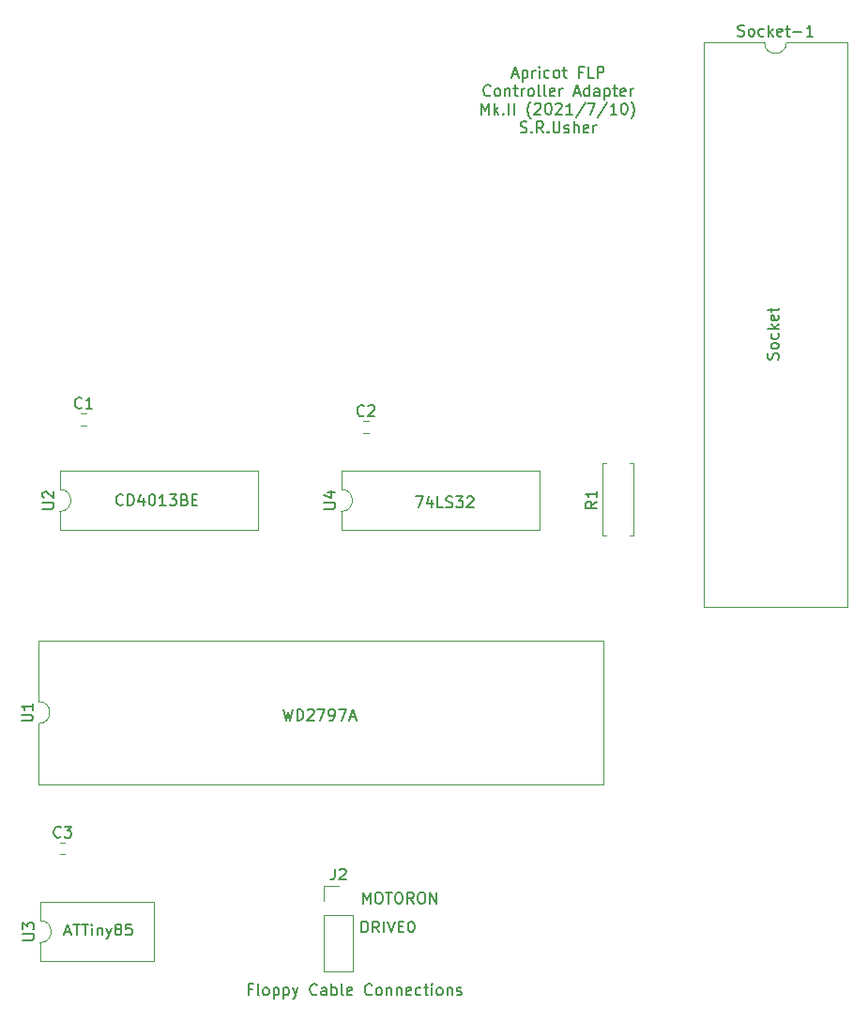
<source format=gbr>
%TF.GenerationSoftware,KiCad,Pcbnew,(5.1.7)-1*%
%TF.CreationDate,2021-07-10T09:41:01+01:00*%
%TF.ProjectId,Apricot-Floppy-Controller-daughter-board,41707269-636f-4742-9d46-6c6f7070792d,rev?*%
%TF.SameCoordinates,Original*%
%TF.FileFunction,Legend,Top*%
%TF.FilePolarity,Positive*%
%FSLAX46Y46*%
G04 Gerber Fmt 4.6, Leading zero omitted, Abs format (unit mm)*
G04 Created by KiCad (PCBNEW (5.1.7)-1) date 2021-07-10 09:41:01*
%MOMM*%
%LPD*%
G01*
G04 APERTURE LIST*
%ADD10C,0.150000*%
%ADD11C,0.120000*%
G04 APERTURE END LIST*
D10*
X119197952Y-60874166D02*
X119674142Y-60874166D01*
X119102714Y-61159880D02*
X119436047Y-60159880D01*
X119769380Y-61159880D01*
X120102714Y-60493214D02*
X120102714Y-61493214D01*
X120102714Y-60540833D02*
X120197952Y-60493214D01*
X120388428Y-60493214D01*
X120483666Y-60540833D01*
X120531285Y-60588452D01*
X120578904Y-60683690D01*
X120578904Y-60969404D01*
X120531285Y-61064642D01*
X120483666Y-61112261D01*
X120388428Y-61159880D01*
X120197952Y-61159880D01*
X120102714Y-61112261D01*
X121007476Y-61159880D02*
X121007476Y-60493214D01*
X121007476Y-60683690D02*
X121055095Y-60588452D01*
X121102714Y-60540833D01*
X121197952Y-60493214D01*
X121293190Y-60493214D01*
X121626523Y-61159880D02*
X121626523Y-60493214D01*
X121626523Y-60159880D02*
X121578904Y-60207500D01*
X121626523Y-60255119D01*
X121674142Y-60207500D01*
X121626523Y-60159880D01*
X121626523Y-60255119D01*
X122531285Y-61112261D02*
X122436047Y-61159880D01*
X122245571Y-61159880D01*
X122150333Y-61112261D01*
X122102714Y-61064642D01*
X122055095Y-60969404D01*
X122055095Y-60683690D01*
X122102714Y-60588452D01*
X122150333Y-60540833D01*
X122245571Y-60493214D01*
X122436047Y-60493214D01*
X122531285Y-60540833D01*
X123102714Y-61159880D02*
X123007476Y-61112261D01*
X122959857Y-61064642D01*
X122912238Y-60969404D01*
X122912238Y-60683690D01*
X122959857Y-60588452D01*
X123007476Y-60540833D01*
X123102714Y-60493214D01*
X123245571Y-60493214D01*
X123340809Y-60540833D01*
X123388428Y-60588452D01*
X123436047Y-60683690D01*
X123436047Y-60969404D01*
X123388428Y-61064642D01*
X123340809Y-61112261D01*
X123245571Y-61159880D01*
X123102714Y-61159880D01*
X123721761Y-60493214D02*
X124102714Y-60493214D01*
X123864619Y-60159880D02*
X123864619Y-61017023D01*
X123912238Y-61112261D01*
X124007476Y-61159880D01*
X124102714Y-61159880D01*
X125531285Y-60636071D02*
X125197952Y-60636071D01*
X125197952Y-61159880D02*
X125197952Y-60159880D01*
X125674142Y-60159880D01*
X126531285Y-61159880D02*
X126055095Y-61159880D01*
X126055095Y-60159880D01*
X126864619Y-61159880D02*
X126864619Y-60159880D01*
X127245571Y-60159880D01*
X127340809Y-60207500D01*
X127388428Y-60255119D01*
X127436047Y-60350357D01*
X127436047Y-60493214D01*
X127388428Y-60588452D01*
X127340809Y-60636071D01*
X127245571Y-60683690D01*
X126864619Y-60683690D01*
X117221761Y-62714642D02*
X117174142Y-62762261D01*
X117031285Y-62809880D01*
X116936047Y-62809880D01*
X116793190Y-62762261D01*
X116697952Y-62667023D01*
X116650333Y-62571785D01*
X116602714Y-62381309D01*
X116602714Y-62238452D01*
X116650333Y-62047976D01*
X116697952Y-61952738D01*
X116793190Y-61857500D01*
X116936047Y-61809880D01*
X117031285Y-61809880D01*
X117174142Y-61857500D01*
X117221761Y-61905119D01*
X117793190Y-62809880D02*
X117697952Y-62762261D01*
X117650333Y-62714642D01*
X117602714Y-62619404D01*
X117602714Y-62333690D01*
X117650333Y-62238452D01*
X117697952Y-62190833D01*
X117793190Y-62143214D01*
X117936047Y-62143214D01*
X118031285Y-62190833D01*
X118078904Y-62238452D01*
X118126523Y-62333690D01*
X118126523Y-62619404D01*
X118078904Y-62714642D01*
X118031285Y-62762261D01*
X117936047Y-62809880D01*
X117793190Y-62809880D01*
X118555095Y-62143214D02*
X118555095Y-62809880D01*
X118555095Y-62238452D02*
X118602714Y-62190833D01*
X118697952Y-62143214D01*
X118840809Y-62143214D01*
X118936047Y-62190833D01*
X118983666Y-62286071D01*
X118983666Y-62809880D01*
X119317000Y-62143214D02*
X119697952Y-62143214D01*
X119459857Y-61809880D02*
X119459857Y-62667023D01*
X119507476Y-62762261D01*
X119602714Y-62809880D01*
X119697952Y-62809880D01*
X120031285Y-62809880D02*
X120031285Y-62143214D01*
X120031285Y-62333690D02*
X120078904Y-62238452D01*
X120126523Y-62190833D01*
X120221761Y-62143214D01*
X120317000Y-62143214D01*
X120793190Y-62809880D02*
X120697952Y-62762261D01*
X120650333Y-62714642D01*
X120602714Y-62619404D01*
X120602714Y-62333690D01*
X120650333Y-62238452D01*
X120697952Y-62190833D01*
X120793190Y-62143214D01*
X120936047Y-62143214D01*
X121031285Y-62190833D01*
X121078904Y-62238452D01*
X121126523Y-62333690D01*
X121126523Y-62619404D01*
X121078904Y-62714642D01*
X121031285Y-62762261D01*
X120936047Y-62809880D01*
X120793190Y-62809880D01*
X121697952Y-62809880D02*
X121602714Y-62762261D01*
X121555095Y-62667023D01*
X121555095Y-61809880D01*
X122221761Y-62809880D02*
X122126523Y-62762261D01*
X122078904Y-62667023D01*
X122078904Y-61809880D01*
X122983666Y-62762261D02*
X122888428Y-62809880D01*
X122697952Y-62809880D01*
X122602714Y-62762261D01*
X122555095Y-62667023D01*
X122555095Y-62286071D01*
X122602714Y-62190833D01*
X122697952Y-62143214D01*
X122888428Y-62143214D01*
X122983666Y-62190833D01*
X123031285Y-62286071D01*
X123031285Y-62381309D01*
X122555095Y-62476547D01*
X123459857Y-62809880D02*
X123459857Y-62143214D01*
X123459857Y-62333690D02*
X123507476Y-62238452D01*
X123555095Y-62190833D01*
X123650333Y-62143214D01*
X123745571Y-62143214D01*
X124793190Y-62524166D02*
X125269380Y-62524166D01*
X124697952Y-62809880D02*
X125031285Y-61809880D01*
X125364619Y-62809880D01*
X126126523Y-62809880D02*
X126126523Y-61809880D01*
X126126523Y-62762261D02*
X126031285Y-62809880D01*
X125840809Y-62809880D01*
X125745571Y-62762261D01*
X125697952Y-62714642D01*
X125650333Y-62619404D01*
X125650333Y-62333690D01*
X125697952Y-62238452D01*
X125745571Y-62190833D01*
X125840809Y-62143214D01*
X126031285Y-62143214D01*
X126126523Y-62190833D01*
X127031285Y-62809880D02*
X127031285Y-62286071D01*
X126983666Y-62190833D01*
X126888428Y-62143214D01*
X126697952Y-62143214D01*
X126602714Y-62190833D01*
X127031285Y-62762261D02*
X126936047Y-62809880D01*
X126697952Y-62809880D01*
X126602714Y-62762261D01*
X126555095Y-62667023D01*
X126555095Y-62571785D01*
X126602714Y-62476547D01*
X126697952Y-62428928D01*
X126936047Y-62428928D01*
X127031285Y-62381309D01*
X127507476Y-62143214D02*
X127507476Y-63143214D01*
X127507476Y-62190833D02*
X127602714Y-62143214D01*
X127793190Y-62143214D01*
X127888428Y-62190833D01*
X127936047Y-62238452D01*
X127983666Y-62333690D01*
X127983666Y-62619404D01*
X127936047Y-62714642D01*
X127888428Y-62762261D01*
X127793190Y-62809880D01*
X127602714Y-62809880D01*
X127507476Y-62762261D01*
X128269380Y-62143214D02*
X128650333Y-62143214D01*
X128412238Y-61809880D02*
X128412238Y-62667023D01*
X128459857Y-62762261D01*
X128555095Y-62809880D01*
X128650333Y-62809880D01*
X129364619Y-62762261D02*
X129269380Y-62809880D01*
X129078904Y-62809880D01*
X128983666Y-62762261D01*
X128936047Y-62667023D01*
X128936047Y-62286071D01*
X128983666Y-62190833D01*
X129078904Y-62143214D01*
X129269380Y-62143214D01*
X129364619Y-62190833D01*
X129412238Y-62286071D01*
X129412238Y-62381309D01*
X128936047Y-62476547D01*
X129840809Y-62809880D02*
X129840809Y-62143214D01*
X129840809Y-62333690D02*
X129888428Y-62238452D01*
X129936047Y-62190833D01*
X130031285Y-62143214D01*
X130126523Y-62143214D01*
X116436047Y-64459880D02*
X116436047Y-63459880D01*
X116769380Y-64174166D01*
X117102714Y-63459880D01*
X117102714Y-64459880D01*
X117578904Y-64459880D02*
X117578904Y-63459880D01*
X117674142Y-64078928D02*
X117959857Y-64459880D01*
X117959857Y-63793214D02*
X117578904Y-64174166D01*
X118388428Y-64364642D02*
X118436047Y-64412261D01*
X118388428Y-64459880D01*
X118340809Y-64412261D01*
X118388428Y-64364642D01*
X118388428Y-64459880D01*
X118864619Y-64459880D02*
X118864619Y-63459880D01*
X119340809Y-64459880D02*
X119340809Y-63459880D01*
X120864619Y-64840833D02*
X120817000Y-64793214D01*
X120721761Y-64650357D01*
X120674142Y-64555119D01*
X120626523Y-64412261D01*
X120578904Y-64174166D01*
X120578904Y-63983690D01*
X120626523Y-63745595D01*
X120674142Y-63602738D01*
X120721761Y-63507500D01*
X120817000Y-63364642D01*
X120864619Y-63317023D01*
X121197952Y-63555119D02*
X121245571Y-63507500D01*
X121340809Y-63459880D01*
X121578904Y-63459880D01*
X121674142Y-63507500D01*
X121721761Y-63555119D01*
X121769380Y-63650357D01*
X121769380Y-63745595D01*
X121721761Y-63888452D01*
X121150333Y-64459880D01*
X121769380Y-64459880D01*
X122388428Y-63459880D02*
X122483666Y-63459880D01*
X122578904Y-63507500D01*
X122626523Y-63555119D01*
X122674142Y-63650357D01*
X122721761Y-63840833D01*
X122721761Y-64078928D01*
X122674142Y-64269404D01*
X122626523Y-64364642D01*
X122578904Y-64412261D01*
X122483666Y-64459880D01*
X122388428Y-64459880D01*
X122293190Y-64412261D01*
X122245571Y-64364642D01*
X122197952Y-64269404D01*
X122150333Y-64078928D01*
X122150333Y-63840833D01*
X122197952Y-63650357D01*
X122245571Y-63555119D01*
X122293190Y-63507500D01*
X122388428Y-63459880D01*
X123102714Y-63555119D02*
X123150333Y-63507500D01*
X123245571Y-63459880D01*
X123483666Y-63459880D01*
X123578904Y-63507500D01*
X123626523Y-63555119D01*
X123674142Y-63650357D01*
X123674142Y-63745595D01*
X123626523Y-63888452D01*
X123055095Y-64459880D01*
X123674142Y-64459880D01*
X124626523Y-64459880D02*
X124055095Y-64459880D01*
X124340809Y-64459880D02*
X124340809Y-63459880D01*
X124245571Y-63602738D01*
X124150333Y-63697976D01*
X124055095Y-63745595D01*
X125769380Y-63412261D02*
X124912238Y-64697976D01*
X126007476Y-63459880D02*
X126674142Y-63459880D01*
X126245571Y-64459880D01*
X127769380Y-63412261D02*
X126912238Y-64697976D01*
X128626523Y-64459880D02*
X128055095Y-64459880D01*
X128340809Y-64459880D02*
X128340809Y-63459880D01*
X128245571Y-63602738D01*
X128150333Y-63697976D01*
X128055095Y-63745595D01*
X129245571Y-63459880D02*
X129340809Y-63459880D01*
X129436047Y-63507500D01*
X129483666Y-63555119D01*
X129531285Y-63650357D01*
X129578904Y-63840833D01*
X129578904Y-64078928D01*
X129531285Y-64269404D01*
X129483666Y-64364642D01*
X129436047Y-64412261D01*
X129340809Y-64459880D01*
X129245571Y-64459880D01*
X129150333Y-64412261D01*
X129102714Y-64364642D01*
X129055095Y-64269404D01*
X129007476Y-64078928D01*
X129007476Y-63840833D01*
X129055095Y-63650357D01*
X129102714Y-63555119D01*
X129150333Y-63507500D01*
X129245571Y-63459880D01*
X129912238Y-64840833D02*
X129959857Y-64793214D01*
X130055095Y-64650357D01*
X130102714Y-64555119D01*
X130150333Y-64412261D01*
X130197952Y-64174166D01*
X130197952Y-63983690D01*
X130150333Y-63745595D01*
X130102714Y-63602738D01*
X130055095Y-63507500D01*
X129959857Y-63364642D01*
X129912238Y-63317023D01*
X119936047Y-66062261D02*
X120078904Y-66109880D01*
X120317000Y-66109880D01*
X120412238Y-66062261D01*
X120459857Y-66014642D01*
X120507476Y-65919404D01*
X120507476Y-65824166D01*
X120459857Y-65728928D01*
X120412238Y-65681309D01*
X120317000Y-65633690D01*
X120126523Y-65586071D01*
X120031285Y-65538452D01*
X119983666Y-65490833D01*
X119936047Y-65395595D01*
X119936047Y-65300357D01*
X119983666Y-65205119D01*
X120031285Y-65157500D01*
X120126523Y-65109880D01*
X120364619Y-65109880D01*
X120507476Y-65157500D01*
X120936047Y-66014642D02*
X120983666Y-66062261D01*
X120936047Y-66109880D01*
X120888428Y-66062261D01*
X120936047Y-66014642D01*
X120936047Y-66109880D01*
X121983666Y-66109880D02*
X121650333Y-65633690D01*
X121412238Y-66109880D02*
X121412238Y-65109880D01*
X121793190Y-65109880D01*
X121888428Y-65157500D01*
X121936047Y-65205119D01*
X121983666Y-65300357D01*
X121983666Y-65443214D01*
X121936047Y-65538452D01*
X121888428Y-65586071D01*
X121793190Y-65633690D01*
X121412238Y-65633690D01*
X122412238Y-66014642D02*
X122459857Y-66062261D01*
X122412238Y-66109880D01*
X122364619Y-66062261D01*
X122412238Y-66014642D01*
X122412238Y-66109880D01*
X122888428Y-65109880D02*
X122888428Y-65919404D01*
X122936047Y-66014642D01*
X122983666Y-66062261D01*
X123078904Y-66109880D01*
X123269380Y-66109880D01*
X123364619Y-66062261D01*
X123412238Y-66014642D01*
X123459857Y-65919404D01*
X123459857Y-65109880D01*
X123888428Y-66062261D02*
X123983666Y-66109880D01*
X124174142Y-66109880D01*
X124269380Y-66062261D01*
X124317000Y-65967023D01*
X124317000Y-65919404D01*
X124269380Y-65824166D01*
X124174142Y-65776547D01*
X124031285Y-65776547D01*
X123936047Y-65728928D01*
X123888428Y-65633690D01*
X123888428Y-65586071D01*
X123936047Y-65490833D01*
X124031285Y-65443214D01*
X124174142Y-65443214D01*
X124269380Y-65490833D01*
X124745571Y-66109880D02*
X124745571Y-65109880D01*
X125174142Y-66109880D02*
X125174142Y-65586071D01*
X125126523Y-65490833D01*
X125031285Y-65443214D01*
X124888428Y-65443214D01*
X124793190Y-65490833D01*
X124745571Y-65538452D01*
X126031285Y-66062261D02*
X125936047Y-66109880D01*
X125745571Y-66109880D01*
X125650333Y-66062261D01*
X125602714Y-65967023D01*
X125602714Y-65586071D01*
X125650333Y-65490833D01*
X125745571Y-65443214D01*
X125936047Y-65443214D01*
X126031285Y-65490833D01*
X126078904Y-65586071D01*
X126078904Y-65681309D01*
X125602714Y-65776547D01*
X126507476Y-66109880D02*
X126507476Y-65443214D01*
X126507476Y-65633690D02*
X126555095Y-65538452D01*
X126602714Y-65490833D01*
X126697952Y-65443214D01*
X126793190Y-65443214D01*
X95703595Y-143311571D02*
X95370261Y-143311571D01*
X95370261Y-143835380D02*
X95370261Y-142835380D01*
X95846452Y-142835380D01*
X96370261Y-143835380D02*
X96275023Y-143787761D01*
X96227404Y-143692523D01*
X96227404Y-142835380D01*
X96894071Y-143835380D02*
X96798833Y-143787761D01*
X96751214Y-143740142D01*
X96703595Y-143644904D01*
X96703595Y-143359190D01*
X96751214Y-143263952D01*
X96798833Y-143216333D01*
X96894071Y-143168714D01*
X97036928Y-143168714D01*
X97132166Y-143216333D01*
X97179785Y-143263952D01*
X97227404Y-143359190D01*
X97227404Y-143644904D01*
X97179785Y-143740142D01*
X97132166Y-143787761D01*
X97036928Y-143835380D01*
X96894071Y-143835380D01*
X97655976Y-143168714D02*
X97655976Y-144168714D01*
X97655976Y-143216333D02*
X97751214Y-143168714D01*
X97941690Y-143168714D01*
X98036928Y-143216333D01*
X98084547Y-143263952D01*
X98132166Y-143359190D01*
X98132166Y-143644904D01*
X98084547Y-143740142D01*
X98036928Y-143787761D01*
X97941690Y-143835380D01*
X97751214Y-143835380D01*
X97655976Y-143787761D01*
X98560738Y-143168714D02*
X98560738Y-144168714D01*
X98560738Y-143216333D02*
X98655976Y-143168714D01*
X98846452Y-143168714D01*
X98941690Y-143216333D01*
X98989309Y-143263952D01*
X99036928Y-143359190D01*
X99036928Y-143644904D01*
X98989309Y-143740142D01*
X98941690Y-143787761D01*
X98846452Y-143835380D01*
X98655976Y-143835380D01*
X98560738Y-143787761D01*
X99370261Y-143168714D02*
X99608357Y-143835380D01*
X99846452Y-143168714D02*
X99608357Y-143835380D01*
X99513119Y-144073476D01*
X99465499Y-144121095D01*
X99370261Y-144168714D01*
X101560738Y-143740142D02*
X101513119Y-143787761D01*
X101370261Y-143835380D01*
X101275023Y-143835380D01*
X101132166Y-143787761D01*
X101036928Y-143692523D01*
X100989309Y-143597285D01*
X100941690Y-143406809D01*
X100941690Y-143263952D01*
X100989309Y-143073476D01*
X101036928Y-142978238D01*
X101132166Y-142883000D01*
X101275023Y-142835380D01*
X101370261Y-142835380D01*
X101513119Y-142883000D01*
X101560738Y-142930619D01*
X102417880Y-143835380D02*
X102417880Y-143311571D01*
X102370261Y-143216333D01*
X102275023Y-143168714D01*
X102084547Y-143168714D01*
X101989309Y-143216333D01*
X102417880Y-143787761D02*
X102322642Y-143835380D01*
X102084547Y-143835380D01*
X101989309Y-143787761D01*
X101941690Y-143692523D01*
X101941690Y-143597285D01*
X101989309Y-143502047D01*
X102084547Y-143454428D01*
X102322642Y-143454428D01*
X102417880Y-143406809D01*
X102894071Y-143835380D02*
X102894071Y-142835380D01*
X102894071Y-143216333D02*
X102989309Y-143168714D01*
X103179785Y-143168714D01*
X103275023Y-143216333D01*
X103322642Y-143263952D01*
X103370261Y-143359190D01*
X103370261Y-143644904D01*
X103322642Y-143740142D01*
X103275023Y-143787761D01*
X103179785Y-143835380D01*
X102989309Y-143835380D01*
X102894071Y-143787761D01*
X103941690Y-143835380D02*
X103846452Y-143787761D01*
X103798833Y-143692523D01*
X103798833Y-142835380D01*
X104703595Y-143787761D02*
X104608357Y-143835380D01*
X104417880Y-143835380D01*
X104322642Y-143787761D01*
X104275023Y-143692523D01*
X104275023Y-143311571D01*
X104322642Y-143216333D01*
X104417880Y-143168714D01*
X104608357Y-143168714D01*
X104703595Y-143216333D01*
X104751214Y-143311571D01*
X104751214Y-143406809D01*
X104275023Y-143502047D01*
X106513119Y-143740142D02*
X106465499Y-143787761D01*
X106322642Y-143835380D01*
X106227404Y-143835380D01*
X106084547Y-143787761D01*
X105989309Y-143692523D01*
X105941690Y-143597285D01*
X105894071Y-143406809D01*
X105894071Y-143263952D01*
X105941690Y-143073476D01*
X105989309Y-142978238D01*
X106084547Y-142883000D01*
X106227404Y-142835380D01*
X106322642Y-142835380D01*
X106465499Y-142883000D01*
X106513119Y-142930619D01*
X107084547Y-143835380D02*
X106989309Y-143787761D01*
X106941690Y-143740142D01*
X106894071Y-143644904D01*
X106894071Y-143359190D01*
X106941690Y-143263952D01*
X106989309Y-143216333D01*
X107084547Y-143168714D01*
X107227404Y-143168714D01*
X107322642Y-143216333D01*
X107370261Y-143263952D01*
X107417880Y-143359190D01*
X107417880Y-143644904D01*
X107370261Y-143740142D01*
X107322642Y-143787761D01*
X107227404Y-143835380D01*
X107084547Y-143835380D01*
X107846452Y-143168714D02*
X107846452Y-143835380D01*
X107846452Y-143263952D02*
X107894071Y-143216333D01*
X107989309Y-143168714D01*
X108132166Y-143168714D01*
X108227404Y-143216333D01*
X108275023Y-143311571D01*
X108275023Y-143835380D01*
X108751214Y-143168714D02*
X108751214Y-143835380D01*
X108751214Y-143263952D02*
X108798833Y-143216333D01*
X108894071Y-143168714D01*
X109036928Y-143168714D01*
X109132166Y-143216333D01*
X109179785Y-143311571D01*
X109179785Y-143835380D01*
X110036928Y-143787761D02*
X109941690Y-143835380D01*
X109751214Y-143835380D01*
X109655976Y-143787761D01*
X109608357Y-143692523D01*
X109608357Y-143311571D01*
X109655976Y-143216333D01*
X109751214Y-143168714D01*
X109941690Y-143168714D01*
X110036928Y-143216333D01*
X110084547Y-143311571D01*
X110084547Y-143406809D01*
X109608357Y-143502047D01*
X110941690Y-143787761D02*
X110846452Y-143835380D01*
X110655976Y-143835380D01*
X110560738Y-143787761D01*
X110513119Y-143740142D01*
X110465499Y-143644904D01*
X110465499Y-143359190D01*
X110513119Y-143263952D01*
X110560738Y-143216333D01*
X110655976Y-143168714D01*
X110846452Y-143168714D01*
X110941690Y-143216333D01*
X111227404Y-143168714D02*
X111608357Y-143168714D01*
X111370261Y-142835380D02*
X111370261Y-143692523D01*
X111417880Y-143787761D01*
X111513119Y-143835380D01*
X111608357Y-143835380D01*
X111941690Y-143835380D02*
X111941690Y-143168714D01*
X111941690Y-142835380D02*
X111894071Y-142883000D01*
X111941690Y-142930619D01*
X111989309Y-142883000D01*
X111941690Y-142835380D01*
X111941690Y-142930619D01*
X112560738Y-143835380D02*
X112465499Y-143787761D01*
X112417880Y-143740142D01*
X112370261Y-143644904D01*
X112370261Y-143359190D01*
X112417880Y-143263952D01*
X112465499Y-143216333D01*
X112560738Y-143168714D01*
X112703595Y-143168714D01*
X112798833Y-143216333D01*
X112846452Y-143263952D01*
X112894071Y-143359190D01*
X112894071Y-143644904D01*
X112846452Y-143740142D01*
X112798833Y-143787761D01*
X112703595Y-143835380D01*
X112560738Y-143835380D01*
X113322642Y-143168714D02*
X113322642Y-143835380D01*
X113322642Y-143263952D02*
X113370261Y-143216333D01*
X113465499Y-143168714D01*
X113608357Y-143168714D01*
X113703595Y-143216333D01*
X113751214Y-143311571D01*
X113751214Y-143835380D01*
X114179785Y-143787761D02*
X114275023Y-143835380D01*
X114465499Y-143835380D01*
X114560738Y-143787761D01*
X114608357Y-143692523D01*
X114608357Y-143644904D01*
X114560738Y-143549666D01*
X114465499Y-143502047D01*
X114322642Y-143502047D01*
X114227404Y-143454428D01*
X114179785Y-143359190D01*
X114179785Y-143311571D01*
X114227404Y-143216333D01*
X114322642Y-143168714D01*
X114465499Y-143168714D01*
X114560738Y-143216333D01*
X105592857Y-138183880D02*
X105592857Y-137183880D01*
X105830952Y-137183880D01*
X105973809Y-137231500D01*
X106069047Y-137326738D01*
X106116666Y-137421976D01*
X106164285Y-137612452D01*
X106164285Y-137755309D01*
X106116666Y-137945785D01*
X106069047Y-138041023D01*
X105973809Y-138136261D01*
X105830952Y-138183880D01*
X105592857Y-138183880D01*
X107164285Y-138183880D02*
X106830952Y-137707690D01*
X106592857Y-138183880D02*
X106592857Y-137183880D01*
X106973809Y-137183880D01*
X107069047Y-137231500D01*
X107116666Y-137279119D01*
X107164285Y-137374357D01*
X107164285Y-137517214D01*
X107116666Y-137612452D01*
X107069047Y-137660071D01*
X106973809Y-137707690D01*
X106592857Y-137707690D01*
X107592857Y-138183880D02*
X107592857Y-137183880D01*
X107926190Y-137183880D02*
X108259523Y-138183880D01*
X108592857Y-137183880D01*
X108926190Y-137660071D02*
X109259523Y-137660071D01*
X109402380Y-138183880D02*
X108926190Y-138183880D01*
X108926190Y-137183880D01*
X109402380Y-137183880D01*
X110021428Y-137183880D02*
X110116666Y-137183880D01*
X110211904Y-137231500D01*
X110259523Y-137279119D01*
X110307142Y-137374357D01*
X110354761Y-137564833D01*
X110354761Y-137802928D01*
X110307142Y-137993404D01*
X110259523Y-138088642D01*
X110211904Y-138136261D01*
X110116666Y-138183880D01*
X110021428Y-138183880D01*
X109926190Y-138136261D01*
X109878571Y-138088642D01*
X109830952Y-137993404D01*
X109783333Y-137802928D01*
X109783333Y-137564833D01*
X109830952Y-137374357D01*
X109878571Y-137279119D01*
X109926190Y-137231500D01*
X110021428Y-137183880D01*
X105719976Y-135580380D02*
X105719976Y-134580380D01*
X106053309Y-135294666D01*
X106386642Y-134580380D01*
X106386642Y-135580380D01*
X107053309Y-134580380D02*
X107243785Y-134580380D01*
X107339023Y-134628000D01*
X107434261Y-134723238D01*
X107481880Y-134913714D01*
X107481880Y-135247047D01*
X107434261Y-135437523D01*
X107339023Y-135532761D01*
X107243785Y-135580380D01*
X107053309Y-135580380D01*
X106958071Y-135532761D01*
X106862833Y-135437523D01*
X106815214Y-135247047D01*
X106815214Y-134913714D01*
X106862833Y-134723238D01*
X106958071Y-134628000D01*
X107053309Y-134580380D01*
X107767595Y-134580380D02*
X108339023Y-134580380D01*
X108053309Y-135580380D02*
X108053309Y-134580380D01*
X108862833Y-134580380D02*
X109053309Y-134580380D01*
X109148547Y-134628000D01*
X109243785Y-134723238D01*
X109291404Y-134913714D01*
X109291404Y-135247047D01*
X109243785Y-135437523D01*
X109148547Y-135532761D01*
X109053309Y-135580380D01*
X108862833Y-135580380D01*
X108767595Y-135532761D01*
X108672357Y-135437523D01*
X108624738Y-135247047D01*
X108624738Y-134913714D01*
X108672357Y-134723238D01*
X108767595Y-134628000D01*
X108862833Y-134580380D01*
X110291404Y-135580380D02*
X109958071Y-135104190D01*
X109719976Y-135580380D02*
X109719976Y-134580380D01*
X110100928Y-134580380D01*
X110196166Y-134628000D01*
X110243785Y-134675619D01*
X110291404Y-134770857D01*
X110291404Y-134913714D01*
X110243785Y-135008952D01*
X110196166Y-135056571D01*
X110100928Y-135104190D01*
X109719976Y-135104190D01*
X110910452Y-134580380D02*
X111100928Y-134580380D01*
X111196166Y-134628000D01*
X111291404Y-134723238D01*
X111339023Y-134913714D01*
X111339023Y-135247047D01*
X111291404Y-135437523D01*
X111196166Y-135532761D01*
X111100928Y-135580380D01*
X110910452Y-135580380D01*
X110815214Y-135532761D01*
X110719976Y-135437523D01*
X110672357Y-135247047D01*
X110672357Y-134913714D01*
X110719976Y-134723238D01*
X110815214Y-134628000D01*
X110910452Y-134580380D01*
X111767595Y-135580380D02*
X111767595Y-134580380D01*
X112339023Y-135580380D01*
X112339023Y-134580380D01*
X143152761Y-86550214D02*
X143200380Y-86407357D01*
X143200380Y-86169261D01*
X143152761Y-86074023D01*
X143105142Y-86026404D01*
X143009904Y-85978785D01*
X142914666Y-85978785D01*
X142819428Y-86026404D01*
X142771809Y-86074023D01*
X142724190Y-86169261D01*
X142676571Y-86359738D01*
X142628952Y-86454976D01*
X142581333Y-86502595D01*
X142486095Y-86550214D01*
X142390857Y-86550214D01*
X142295619Y-86502595D01*
X142248000Y-86454976D01*
X142200380Y-86359738D01*
X142200380Y-86121642D01*
X142248000Y-85978785D01*
X143200380Y-85407357D02*
X143152761Y-85502595D01*
X143105142Y-85550214D01*
X143009904Y-85597833D01*
X142724190Y-85597833D01*
X142628952Y-85550214D01*
X142581333Y-85502595D01*
X142533714Y-85407357D01*
X142533714Y-85264500D01*
X142581333Y-85169261D01*
X142628952Y-85121642D01*
X142724190Y-85074023D01*
X143009904Y-85074023D01*
X143105142Y-85121642D01*
X143152761Y-85169261D01*
X143200380Y-85264500D01*
X143200380Y-85407357D01*
X143152761Y-84216880D02*
X143200380Y-84312119D01*
X143200380Y-84502595D01*
X143152761Y-84597833D01*
X143105142Y-84645452D01*
X143009904Y-84693071D01*
X142724190Y-84693071D01*
X142628952Y-84645452D01*
X142581333Y-84597833D01*
X142533714Y-84502595D01*
X142533714Y-84312119D01*
X142581333Y-84216880D01*
X143200380Y-83788309D02*
X142200380Y-83788309D01*
X142819428Y-83693071D02*
X143200380Y-83407357D01*
X142533714Y-83407357D02*
X142914666Y-83788309D01*
X143152761Y-82597833D02*
X143200380Y-82693071D01*
X143200380Y-82883547D01*
X143152761Y-82978785D01*
X143057523Y-83026404D01*
X142676571Y-83026404D01*
X142581333Y-82978785D01*
X142533714Y-82883547D01*
X142533714Y-82693071D01*
X142581333Y-82597833D01*
X142676571Y-82550214D01*
X142771809Y-82550214D01*
X142867047Y-83026404D01*
X142533714Y-82264500D02*
X142533714Y-81883547D01*
X142200380Y-82121642D02*
X143057523Y-82121642D01*
X143152761Y-82074023D01*
X143200380Y-81978785D01*
X143200380Y-81883547D01*
X78827690Y-138152166D02*
X79303880Y-138152166D01*
X78732452Y-138437880D02*
X79065785Y-137437880D01*
X79399119Y-138437880D01*
X79589595Y-137437880D02*
X80161023Y-137437880D01*
X79875309Y-138437880D02*
X79875309Y-137437880D01*
X80351500Y-137437880D02*
X80922928Y-137437880D01*
X80637214Y-138437880D02*
X80637214Y-137437880D01*
X81256261Y-138437880D02*
X81256261Y-137771214D01*
X81256261Y-137437880D02*
X81208642Y-137485500D01*
X81256261Y-137533119D01*
X81303880Y-137485500D01*
X81256261Y-137437880D01*
X81256261Y-137533119D01*
X81732452Y-137771214D02*
X81732452Y-138437880D01*
X81732452Y-137866452D02*
X81780071Y-137818833D01*
X81875309Y-137771214D01*
X82018166Y-137771214D01*
X82113404Y-137818833D01*
X82161023Y-137914071D01*
X82161023Y-138437880D01*
X82541976Y-137771214D02*
X82780071Y-138437880D01*
X83018166Y-137771214D02*
X82780071Y-138437880D01*
X82684833Y-138675976D01*
X82637214Y-138723595D01*
X82541976Y-138771214D01*
X83541976Y-137866452D02*
X83446738Y-137818833D01*
X83399119Y-137771214D01*
X83351500Y-137675976D01*
X83351500Y-137628357D01*
X83399119Y-137533119D01*
X83446738Y-137485500D01*
X83541976Y-137437880D01*
X83732452Y-137437880D01*
X83827690Y-137485500D01*
X83875309Y-137533119D01*
X83922928Y-137628357D01*
X83922928Y-137675976D01*
X83875309Y-137771214D01*
X83827690Y-137818833D01*
X83732452Y-137866452D01*
X83541976Y-137866452D01*
X83446738Y-137914071D01*
X83399119Y-137961690D01*
X83351500Y-138056928D01*
X83351500Y-138247404D01*
X83399119Y-138342642D01*
X83446738Y-138390261D01*
X83541976Y-138437880D01*
X83732452Y-138437880D01*
X83827690Y-138390261D01*
X83875309Y-138342642D01*
X83922928Y-138247404D01*
X83922928Y-138056928D01*
X83875309Y-137961690D01*
X83827690Y-137914071D01*
X83732452Y-137866452D01*
X84827690Y-137437880D02*
X84351500Y-137437880D01*
X84303880Y-137914071D01*
X84351500Y-137866452D01*
X84446738Y-137818833D01*
X84684833Y-137818833D01*
X84780071Y-137866452D01*
X84827690Y-137914071D01*
X84875309Y-138009309D01*
X84875309Y-138247404D01*
X84827690Y-138342642D01*
X84780071Y-138390261D01*
X84684833Y-138437880D01*
X84446738Y-138437880D01*
X84351500Y-138390261D01*
X84303880Y-138342642D01*
X98528595Y-118070380D02*
X98766690Y-119070380D01*
X98957166Y-118356095D01*
X99147642Y-119070380D01*
X99385738Y-118070380D01*
X99766690Y-119070380D02*
X99766690Y-118070380D01*
X100004785Y-118070380D01*
X100147642Y-118118000D01*
X100242880Y-118213238D01*
X100290500Y-118308476D01*
X100338119Y-118498952D01*
X100338119Y-118641809D01*
X100290500Y-118832285D01*
X100242880Y-118927523D01*
X100147642Y-119022761D01*
X100004785Y-119070380D01*
X99766690Y-119070380D01*
X100719071Y-118165619D02*
X100766690Y-118118000D01*
X100861928Y-118070380D01*
X101100023Y-118070380D01*
X101195261Y-118118000D01*
X101242880Y-118165619D01*
X101290500Y-118260857D01*
X101290500Y-118356095D01*
X101242880Y-118498952D01*
X100671452Y-119070380D01*
X101290500Y-119070380D01*
X101623833Y-118070380D02*
X102290500Y-118070380D01*
X101861928Y-119070380D01*
X102719071Y-119070380D02*
X102909547Y-119070380D01*
X103004785Y-119022761D01*
X103052404Y-118975142D01*
X103147642Y-118832285D01*
X103195261Y-118641809D01*
X103195261Y-118260857D01*
X103147642Y-118165619D01*
X103100023Y-118118000D01*
X103004785Y-118070380D01*
X102814309Y-118070380D01*
X102719071Y-118118000D01*
X102671452Y-118165619D01*
X102623833Y-118260857D01*
X102623833Y-118498952D01*
X102671452Y-118594190D01*
X102719071Y-118641809D01*
X102814309Y-118689428D01*
X103004785Y-118689428D01*
X103100023Y-118641809D01*
X103147642Y-118594190D01*
X103195261Y-118498952D01*
X103528595Y-118070380D02*
X104195261Y-118070380D01*
X103766690Y-119070380D01*
X104528595Y-118784666D02*
X105004785Y-118784666D01*
X104433357Y-119070380D02*
X104766690Y-118070380D01*
X105100023Y-119070380D01*
X110450642Y-98893380D02*
X111117309Y-98893380D01*
X110688738Y-99893380D01*
X111926833Y-99226714D02*
X111926833Y-99893380D01*
X111688738Y-98845761D02*
X111450642Y-99560047D01*
X112069690Y-99560047D01*
X112926833Y-99893380D02*
X112450642Y-99893380D01*
X112450642Y-98893380D01*
X113212547Y-99845761D02*
X113355404Y-99893380D01*
X113593500Y-99893380D01*
X113688738Y-99845761D01*
X113736357Y-99798142D01*
X113783976Y-99702904D01*
X113783976Y-99607666D01*
X113736357Y-99512428D01*
X113688738Y-99464809D01*
X113593500Y-99417190D01*
X113403023Y-99369571D01*
X113307785Y-99321952D01*
X113260166Y-99274333D01*
X113212547Y-99179095D01*
X113212547Y-99083857D01*
X113260166Y-98988619D01*
X113307785Y-98941000D01*
X113403023Y-98893380D01*
X113641119Y-98893380D01*
X113783976Y-98941000D01*
X114117309Y-98893380D02*
X114736357Y-98893380D01*
X114403023Y-99274333D01*
X114545880Y-99274333D01*
X114641119Y-99321952D01*
X114688738Y-99369571D01*
X114736357Y-99464809D01*
X114736357Y-99702904D01*
X114688738Y-99798142D01*
X114641119Y-99845761D01*
X114545880Y-99893380D01*
X114260166Y-99893380D01*
X114164928Y-99845761D01*
X114117309Y-99798142D01*
X115117309Y-98988619D02*
X115164928Y-98941000D01*
X115260166Y-98893380D01*
X115498261Y-98893380D01*
X115593500Y-98941000D01*
X115641119Y-98988619D01*
X115688738Y-99083857D01*
X115688738Y-99179095D01*
X115641119Y-99321952D01*
X115069690Y-99893380D01*
X115688738Y-99893380D01*
X84074380Y-99607642D02*
X84026761Y-99655261D01*
X83883904Y-99702880D01*
X83788666Y-99702880D01*
X83645809Y-99655261D01*
X83550571Y-99560023D01*
X83502952Y-99464785D01*
X83455333Y-99274309D01*
X83455333Y-99131452D01*
X83502952Y-98940976D01*
X83550571Y-98845738D01*
X83645809Y-98750500D01*
X83788666Y-98702880D01*
X83883904Y-98702880D01*
X84026761Y-98750500D01*
X84074380Y-98798119D01*
X84502952Y-99702880D02*
X84502952Y-98702880D01*
X84741047Y-98702880D01*
X84883904Y-98750500D01*
X84979142Y-98845738D01*
X85026761Y-98940976D01*
X85074380Y-99131452D01*
X85074380Y-99274309D01*
X85026761Y-99464785D01*
X84979142Y-99560023D01*
X84883904Y-99655261D01*
X84741047Y-99702880D01*
X84502952Y-99702880D01*
X85931523Y-99036214D02*
X85931523Y-99702880D01*
X85693428Y-98655261D02*
X85455333Y-99369547D01*
X86074380Y-99369547D01*
X86645809Y-98702880D02*
X86741047Y-98702880D01*
X86836285Y-98750500D01*
X86883904Y-98798119D01*
X86931523Y-98893357D01*
X86979142Y-99083833D01*
X86979142Y-99321928D01*
X86931523Y-99512404D01*
X86883904Y-99607642D01*
X86836285Y-99655261D01*
X86741047Y-99702880D01*
X86645809Y-99702880D01*
X86550571Y-99655261D01*
X86502952Y-99607642D01*
X86455333Y-99512404D01*
X86407714Y-99321928D01*
X86407714Y-99083833D01*
X86455333Y-98893357D01*
X86502952Y-98798119D01*
X86550571Y-98750500D01*
X86645809Y-98702880D01*
X87931523Y-99702880D02*
X87360095Y-99702880D01*
X87645809Y-99702880D02*
X87645809Y-98702880D01*
X87550571Y-98845738D01*
X87455333Y-98940976D01*
X87360095Y-98988595D01*
X88264857Y-98702880D02*
X88883904Y-98702880D01*
X88550571Y-99083833D01*
X88693428Y-99083833D01*
X88788666Y-99131452D01*
X88836285Y-99179071D01*
X88883904Y-99274309D01*
X88883904Y-99512404D01*
X88836285Y-99607642D01*
X88788666Y-99655261D01*
X88693428Y-99702880D01*
X88407714Y-99702880D01*
X88312476Y-99655261D01*
X88264857Y-99607642D01*
X89645809Y-99179071D02*
X89788666Y-99226690D01*
X89836285Y-99274309D01*
X89883904Y-99369547D01*
X89883904Y-99512404D01*
X89836285Y-99607642D01*
X89788666Y-99655261D01*
X89693428Y-99702880D01*
X89312476Y-99702880D01*
X89312476Y-98702880D01*
X89645809Y-98702880D01*
X89741047Y-98750500D01*
X89788666Y-98798119D01*
X89836285Y-98893357D01*
X89836285Y-98988595D01*
X89788666Y-99083833D01*
X89741047Y-99131452D01*
X89645809Y-99179071D01*
X89312476Y-99179071D01*
X90312476Y-99179071D02*
X90645809Y-99179071D01*
X90788666Y-99702880D02*
X90312476Y-99702880D01*
X90312476Y-98702880D01*
X90788666Y-98702880D01*
D11*
%TO.C,C3*%
X78375742Y-131142500D02*
X78850258Y-131142500D01*
X78375742Y-130097500D02*
X78850258Y-130097500D01*
%TO.C,C2*%
X105744742Y-93169000D02*
X106219258Y-93169000D01*
X105744742Y-92124000D02*
X106219258Y-92124000D01*
%TO.C,C1*%
X80280742Y-92470500D02*
X80755258Y-92470500D01*
X80280742Y-91425500D02*
X80755258Y-91425500D01*
%TO.C,R1*%
X130084000Y-95917000D02*
X129754000Y-95917000D01*
X130084000Y-102457000D02*
X130084000Y-95917000D01*
X129754000Y-102457000D02*
X130084000Y-102457000D01*
X127344000Y-95917000D02*
X127674000Y-95917000D01*
X127344000Y-102457000D02*
X127344000Y-95917000D01*
X127674000Y-102457000D02*
X127344000Y-102457000D01*
%TO.C,U4*%
X103762000Y-96600000D02*
X103762000Y-98250000D01*
X121662000Y-96600000D02*
X103762000Y-96600000D01*
X121662000Y-101900000D02*
X121662000Y-96600000D01*
X103762000Y-101900000D02*
X121662000Y-101900000D01*
X103762000Y-100250000D02*
X103762000Y-101900000D01*
X103762000Y-98250000D02*
G75*
G02*
X103762000Y-100250000I0J-1000000D01*
G01*
%TO.C,U3*%
X76584500Y-135462000D02*
X76584500Y-137112000D01*
X86864500Y-135462000D02*
X76584500Y-135462000D01*
X86864500Y-140762000D02*
X86864500Y-135462000D01*
X76584500Y-140762000D02*
X86864500Y-140762000D01*
X76584500Y-139112000D02*
X76584500Y-140762000D01*
X76584500Y-137112000D02*
G75*
G02*
X76584500Y-139112000I0J-1000000D01*
G01*
%TO.C,U2*%
X78362500Y-96600000D02*
X78362500Y-98250000D01*
X96262500Y-96600000D02*
X78362500Y-96600000D01*
X96262500Y-101900000D02*
X96262500Y-96600000D01*
X78362500Y-101900000D02*
X96262500Y-101900000D01*
X78362500Y-100250000D02*
X78362500Y-101900000D01*
X78362500Y-98250000D02*
G75*
G02*
X78362500Y-100250000I0J-1000000D01*
G01*
%TO.C,U1*%
X76457500Y-111904000D02*
X76457500Y-117364000D01*
X127377500Y-111904000D02*
X76457500Y-111904000D01*
X127377500Y-124824000D02*
X127377500Y-111904000D01*
X76457500Y-124824000D02*
X127377500Y-124824000D01*
X76457500Y-119364000D02*
X76457500Y-124824000D01*
X76457500Y-117364000D02*
G75*
G02*
X76457500Y-119364000I0J-1000000D01*
G01*
%TO.C,Socket-1*%
X149392000Y-57967000D02*
X143932000Y-57967000D01*
X149392000Y-108887000D02*
X149392000Y-57967000D01*
X136472000Y-108887000D02*
X149392000Y-108887000D01*
X136472000Y-57967000D02*
X136472000Y-108887000D01*
X141932000Y-57967000D02*
X136472000Y-57967000D01*
X143932000Y-57967000D02*
G75*
G02*
X141932000Y-57967000I-1000000J0D01*
G01*
%TO.C,J2*%
X102175000Y-133988000D02*
X103505000Y-133988000D01*
X102175000Y-135318000D02*
X102175000Y-133988000D01*
X102175000Y-136588000D02*
X104835000Y-136588000D01*
X104835000Y-136588000D02*
X104835000Y-141728000D01*
X102175000Y-136588000D02*
X102175000Y-141728000D01*
X102175000Y-141728000D02*
X104835000Y-141728000D01*
%TO.C,C3*%
D10*
X78446333Y-129547142D02*
X78398714Y-129594761D01*
X78255857Y-129642380D01*
X78160619Y-129642380D01*
X78017761Y-129594761D01*
X77922523Y-129499523D01*
X77874904Y-129404285D01*
X77827285Y-129213809D01*
X77827285Y-129070952D01*
X77874904Y-128880476D01*
X77922523Y-128785238D01*
X78017761Y-128690000D01*
X78160619Y-128642380D01*
X78255857Y-128642380D01*
X78398714Y-128690000D01*
X78446333Y-128737619D01*
X78779666Y-128642380D02*
X79398714Y-128642380D01*
X79065380Y-129023333D01*
X79208238Y-129023333D01*
X79303476Y-129070952D01*
X79351095Y-129118571D01*
X79398714Y-129213809D01*
X79398714Y-129451904D01*
X79351095Y-129547142D01*
X79303476Y-129594761D01*
X79208238Y-129642380D01*
X78922523Y-129642380D01*
X78827285Y-129594761D01*
X78779666Y-129547142D01*
%TO.C,C2*%
X105815333Y-91573642D02*
X105767714Y-91621261D01*
X105624857Y-91668880D01*
X105529619Y-91668880D01*
X105386761Y-91621261D01*
X105291523Y-91526023D01*
X105243904Y-91430785D01*
X105196285Y-91240309D01*
X105196285Y-91097452D01*
X105243904Y-90906976D01*
X105291523Y-90811738D01*
X105386761Y-90716500D01*
X105529619Y-90668880D01*
X105624857Y-90668880D01*
X105767714Y-90716500D01*
X105815333Y-90764119D01*
X106196285Y-90764119D02*
X106243904Y-90716500D01*
X106339142Y-90668880D01*
X106577238Y-90668880D01*
X106672476Y-90716500D01*
X106720095Y-90764119D01*
X106767714Y-90859357D01*
X106767714Y-90954595D01*
X106720095Y-91097452D01*
X106148666Y-91668880D01*
X106767714Y-91668880D01*
%TO.C,C1*%
X80351333Y-90875142D02*
X80303714Y-90922761D01*
X80160857Y-90970380D01*
X80065619Y-90970380D01*
X79922761Y-90922761D01*
X79827523Y-90827523D01*
X79779904Y-90732285D01*
X79732285Y-90541809D01*
X79732285Y-90398952D01*
X79779904Y-90208476D01*
X79827523Y-90113238D01*
X79922761Y-90018000D01*
X80065619Y-89970380D01*
X80160857Y-89970380D01*
X80303714Y-90018000D01*
X80351333Y-90065619D01*
X81303714Y-90970380D02*
X80732285Y-90970380D01*
X81018000Y-90970380D02*
X81018000Y-89970380D01*
X80922761Y-90113238D01*
X80827523Y-90208476D01*
X80732285Y-90256095D01*
%TO.C,R1*%
X126796380Y-99353666D02*
X126320190Y-99687000D01*
X126796380Y-99925095D02*
X125796380Y-99925095D01*
X125796380Y-99544142D01*
X125844000Y-99448904D01*
X125891619Y-99401285D01*
X125986857Y-99353666D01*
X126129714Y-99353666D01*
X126224952Y-99401285D01*
X126272571Y-99448904D01*
X126320190Y-99544142D01*
X126320190Y-99925095D01*
X126796380Y-98401285D02*
X126796380Y-98972714D01*
X126796380Y-98687000D02*
X125796380Y-98687000D01*
X125939238Y-98782238D01*
X126034476Y-98877476D01*
X126082095Y-98972714D01*
%TO.C,U4*%
X102214380Y-100011904D02*
X103023904Y-100011904D01*
X103119142Y-99964285D01*
X103166761Y-99916666D01*
X103214380Y-99821428D01*
X103214380Y-99630952D01*
X103166761Y-99535714D01*
X103119142Y-99488095D01*
X103023904Y-99440476D01*
X102214380Y-99440476D01*
X102547714Y-98535714D02*
X103214380Y-98535714D01*
X102166761Y-98773809D02*
X102881047Y-99011904D01*
X102881047Y-98392857D01*
%TO.C,U3*%
X75036880Y-138873904D02*
X75846404Y-138873904D01*
X75941642Y-138826285D01*
X75989261Y-138778666D01*
X76036880Y-138683428D01*
X76036880Y-138492952D01*
X75989261Y-138397714D01*
X75941642Y-138350095D01*
X75846404Y-138302476D01*
X75036880Y-138302476D01*
X75036880Y-137921523D02*
X75036880Y-137302476D01*
X75417833Y-137635809D01*
X75417833Y-137492952D01*
X75465452Y-137397714D01*
X75513071Y-137350095D01*
X75608309Y-137302476D01*
X75846404Y-137302476D01*
X75941642Y-137350095D01*
X75989261Y-137397714D01*
X76036880Y-137492952D01*
X76036880Y-137778666D01*
X75989261Y-137873904D01*
X75941642Y-137921523D01*
%TO.C,U2*%
X76814880Y-100011904D02*
X77624404Y-100011904D01*
X77719642Y-99964285D01*
X77767261Y-99916666D01*
X77814880Y-99821428D01*
X77814880Y-99630952D01*
X77767261Y-99535714D01*
X77719642Y-99488095D01*
X77624404Y-99440476D01*
X76814880Y-99440476D01*
X76910119Y-99011904D02*
X76862500Y-98964285D01*
X76814880Y-98869047D01*
X76814880Y-98630952D01*
X76862500Y-98535714D01*
X76910119Y-98488095D01*
X77005357Y-98440476D01*
X77100595Y-98440476D01*
X77243452Y-98488095D01*
X77814880Y-99059523D01*
X77814880Y-98440476D01*
%TO.C,U1*%
X74909880Y-119125904D02*
X75719404Y-119125904D01*
X75814642Y-119078285D01*
X75862261Y-119030666D01*
X75909880Y-118935428D01*
X75909880Y-118744952D01*
X75862261Y-118649714D01*
X75814642Y-118602095D01*
X75719404Y-118554476D01*
X74909880Y-118554476D01*
X75909880Y-117554476D02*
X75909880Y-118125904D01*
X75909880Y-117840190D02*
X74909880Y-117840190D01*
X75052738Y-117935428D01*
X75147976Y-118030666D01*
X75195595Y-118125904D01*
%TO.C,Socket-1*%
X139551047Y-57371761D02*
X139693904Y-57419380D01*
X139932000Y-57419380D01*
X140027238Y-57371761D01*
X140074857Y-57324142D01*
X140122476Y-57228904D01*
X140122476Y-57133666D01*
X140074857Y-57038428D01*
X140027238Y-56990809D01*
X139932000Y-56943190D01*
X139741523Y-56895571D01*
X139646285Y-56847952D01*
X139598666Y-56800333D01*
X139551047Y-56705095D01*
X139551047Y-56609857D01*
X139598666Y-56514619D01*
X139646285Y-56467000D01*
X139741523Y-56419380D01*
X139979619Y-56419380D01*
X140122476Y-56467000D01*
X140693904Y-57419380D02*
X140598666Y-57371761D01*
X140551047Y-57324142D01*
X140503428Y-57228904D01*
X140503428Y-56943190D01*
X140551047Y-56847952D01*
X140598666Y-56800333D01*
X140693904Y-56752714D01*
X140836761Y-56752714D01*
X140932000Y-56800333D01*
X140979619Y-56847952D01*
X141027238Y-56943190D01*
X141027238Y-57228904D01*
X140979619Y-57324142D01*
X140932000Y-57371761D01*
X140836761Y-57419380D01*
X140693904Y-57419380D01*
X141884380Y-57371761D02*
X141789142Y-57419380D01*
X141598666Y-57419380D01*
X141503428Y-57371761D01*
X141455809Y-57324142D01*
X141408190Y-57228904D01*
X141408190Y-56943190D01*
X141455809Y-56847952D01*
X141503428Y-56800333D01*
X141598666Y-56752714D01*
X141789142Y-56752714D01*
X141884380Y-56800333D01*
X142312952Y-57419380D02*
X142312952Y-56419380D01*
X142408190Y-57038428D02*
X142693904Y-57419380D01*
X142693904Y-56752714D02*
X142312952Y-57133666D01*
X143503428Y-57371761D02*
X143408190Y-57419380D01*
X143217714Y-57419380D01*
X143122476Y-57371761D01*
X143074857Y-57276523D01*
X143074857Y-56895571D01*
X143122476Y-56800333D01*
X143217714Y-56752714D01*
X143408190Y-56752714D01*
X143503428Y-56800333D01*
X143551047Y-56895571D01*
X143551047Y-56990809D01*
X143074857Y-57086047D01*
X143836761Y-56752714D02*
X144217714Y-56752714D01*
X143979619Y-56419380D02*
X143979619Y-57276523D01*
X144027238Y-57371761D01*
X144122476Y-57419380D01*
X144217714Y-57419380D01*
X144551047Y-57038428D02*
X145312952Y-57038428D01*
X146312952Y-57419380D02*
X145741523Y-57419380D01*
X146027238Y-57419380D02*
X146027238Y-56419380D01*
X145932000Y-56562238D01*
X145836761Y-56657476D01*
X145741523Y-56705095D01*
%TO.C,J2*%
X103171666Y-132440380D02*
X103171666Y-133154666D01*
X103124047Y-133297523D01*
X103028809Y-133392761D01*
X102885952Y-133440380D01*
X102790714Y-133440380D01*
X103600238Y-132535619D02*
X103647857Y-132488000D01*
X103743095Y-132440380D01*
X103981190Y-132440380D01*
X104076428Y-132488000D01*
X104124047Y-132535619D01*
X104171666Y-132630857D01*
X104171666Y-132726095D01*
X104124047Y-132868952D01*
X103552619Y-133440380D01*
X104171666Y-133440380D01*
%TD*%
M02*

</source>
